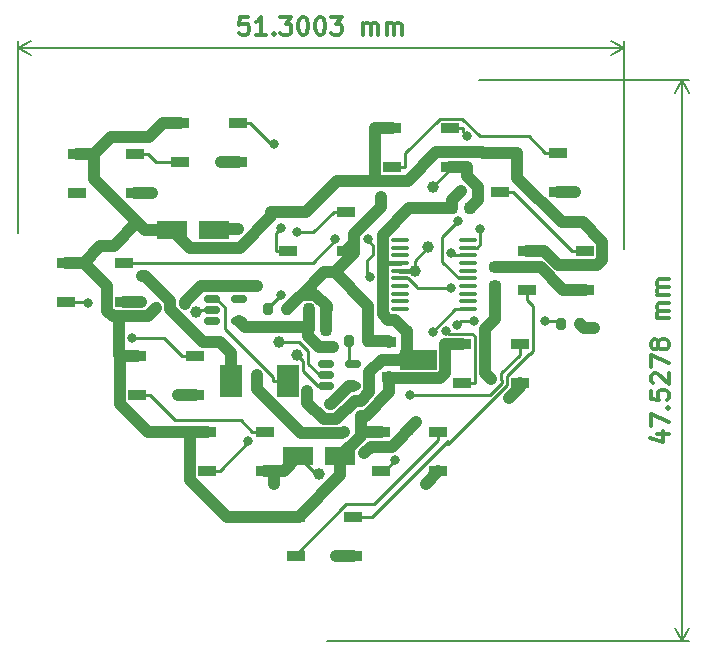
<source format=gtl>
G04 #@! TF.GenerationSoftware,KiCad,Pcbnew,8.0.5*
G04 #@! TF.CreationDate,2024-09-23T19:13:39-07:00*
G04 #@! TF.ProjectId,class 2a,636c6173-7320-4326-912e-6b696361645f,rev?*
G04 #@! TF.SameCoordinates,Original*
G04 #@! TF.FileFunction,Copper,L1,Top*
G04 #@! TF.FilePolarity,Positive*
%FSLAX46Y46*%
G04 Gerber Fmt 4.6, Leading zero omitted, Abs format (unit mm)*
G04 Created by KiCad (PCBNEW 8.0.5) date 2024-09-23 19:13:39*
%MOMM*%
%LPD*%
G01*
G04 APERTURE LIST*
G04 Aperture macros list*
%AMRoundRect*
0 Rectangle with rounded corners*
0 $1 Rounding radius*
0 $2 $3 $4 $5 $6 $7 $8 $9 X,Y pos of 4 corners*
0 Add a 4 corners polygon primitive as box body*
4,1,4,$2,$3,$4,$5,$6,$7,$8,$9,$2,$3,0*
0 Add four circle primitives for the rounded corners*
1,1,$1+$1,$2,$3*
1,1,$1+$1,$4,$5*
1,1,$1+$1,$6,$7*
1,1,$1+$1,$8,$9*
0 Add four rect primitives between the rounded corners*
20,1,$1+$1,$2,$3,$4,$5,0*
20,1,$1+$1,$4,$5,$6,$7,0*
20,1,$1+$1,$6,$7,$8,$9,0*
20,1,$1+$1,$8,$9,$2,$3,0*%
%AMFreePoly0*
4,1,9,3.862500,-0.866500,0.737500,-0.866500,0.737500,-0.450000,-0.737500,-0.450000,-0.737500,0.450000,0.737500,0.450000,0.737500,0.866500,3.862500,0.866500,3.862500,-0.866500,3.862500,-0.866500,$1*%
G04 Aperture macros list end*
%ADD10C,0.300000*%
G04 #@! TA.AperFunction,NonConductor*
%ADD11C,0.300000*%
G04 #@! TD*
G04 #@! TA.AperFunction,NonConductor*
%ADD12C,0.200000*%
G04 #@! TD*
G04 #@! TA.AperFunction,SMDPad,CuDef*
%ADD13RoundRect,0.225000X-0.225000X-0.250000X0.225000X-0.250000X0.225000X0.250000X-0.225000X0.250000X0*%
G04 #@! TD*
G04 #@! TA.AperFunction,SMDPad,CuDef*
%ADD14R,1.500000X0.900000*%
G04 #@! TD*
G04 #@! TA.AperFunction,SMDPad,CuDef*
%ADD15RoundRect,0.200000X-0.200000X-0.275000X0.200000X-0.275000X0.200000X0.275000X-0.200000X0.275000X0*%
G04 #@! TD*
G04 #@! TA.AperFunction,SMDPad,CuDef*
%ADD16RoundRect,0.250000X1.050000X0.550000X-1.050000X0.550000X-1.050000X-0.550000X1.050000X-0.550000X0*%
G04 #@! TD*
G04 #@! TA.AperFunction,SMDPad,CuDef*
%ADD17RoundRect,0.150000X-0.512500X-0.150000X0.512500X-0.150000X0.512500X0.150000X-0.512500X0.150000X0*%
G04 #@! TD*
G04 #@! TA.AperFunction,SMDPad,CuDef*
%ADD18RoundRect,0.225000X0.250000X-0.225000X0.250000X0.225000X-0.250000X0.225000X-0.250000X-0.225000X0*%
G04 #@! TD*
G04 #@! TA.AperFunction,SMDPad,CuDef*
%ADD19R,1.903000X2.790000*%
G04 #@! TD*
G04 #@! TA.AperFunction,SMDPad,CuDef*
%ADD20R,1.300000X0.900000*%
G04 #@! TD*
G04 #@! TA.AperFunction,SMDPad,CuDef*
%ADD21FreePoly0,0.000000*%
G04 #@! TD*
G04 #@! TA.AperFunction,SMDPad,CuDef*
%ADD22RoundRect,0.100000X-0.637500X-0.100000X0.637500X-0.100000X0.637500X0.100000X-0.637500X0.100000X0*%
G04 #@! TD*
G04 #@! TA.AperFunction,SMDPad,CuDef*
%ADD23RoundRect,0.125000X-0.125000X-0.125000X0.125000X-0.125000X0.125000X0.125000X-0.125000X0.125000X0*%
G04 #@! TD*
G04 #@! TA.AperFunction,SMDPad,CuDef*
%ADD24RoundRect,0.250000X-1.050000X-0.550000X1.050000X-0.550000X1.050000X0.550000X-1.050000X0.550000X0*%
G04 #@! TD*
G04 #@! TA.AperFunction,ViaPad*
%ADD25C,1.000000*%
G04 #@! TD*
G04 #@! TA.AperFunction,ViaPad*
%ADD26C,0.800000*%
G04 #@! TD*
G04 #@! TA.AperFunction,Conductor*
%ADD27C,1.000000*%
G04 #@! TD*
G04 #@! TA.AperFunction,Conductor*
%ADD28C,0.400600*%
G04 #@! TD*
G04 #@! TA.AperFunction,Conductor*
%ADD29C,0.250000*%
G04 #@! TD*
G04 #@! TA.AperFunction,Conductor*
%ADD30C,0.500800*%
G04 #@! TD*
G04 APERTURE END LIST*
D10*
D11*
X140806559Y-56878328D02*
X140092273Y-56878328D01*
X140092273Y-56878328D02*
X140020845Y-57592614D01*
X140020845Y-57592614D02*
X140092273Y-57521185D01*
X140092273Y-57521185D02*
X140235131Y-57449757D01*
X140235131Y-57449757D02*
X140592273Y-57449757D01*
X140592273Y-57449757D02*
X140735131Y-57521185D01*
X140735131Y-57521185D02*
X140806559Y-57592614D01*
X140806559Y-57592614D02*
X140877988Y-57735471D01*
X140877988Y-57735471D02*
X140877988Y-58092614D01*
X140877988Y-58092614D02*
X140806559Y-58235471D01*
X140806559Y-58235471D02*
X140735131Y-58306900D01*
X140735131Y-58306900D02*
X140592273Y-58378328D01*
X140592273Y-58378328D02*
X140235131Y-58378328D01*
X140235131Y-58378328D02*
X140092273Y-58306900D01*
X140092273Y-58306900D02*
X140020845Y-58235471D01*
X142306559Y-58378328D02*
X141449416Y-58378328D01*
X141877987Y-58378328D02*
X141877987Y-56878328D01*
X141877987Y-56878328D02*
X141735130Y-57092614D01*
X141735130Y-57092614D02*
X141592273Y-57235471D01*
X141592273Y-57235471D02*
X141449416Y-57306900D01*
X142949415Y-58235471D02*
X143020844Y-58306900D01*
X143020844Y-58306900D02*
X142949415Y-58378328D01*
X142949415Y-58378328D02*
X142877987Y-58306900D01*
X142877987Y-58306900D02*
X142949415Y-58235471D01*
X142949415Y-58235471D02*
X142949415Y-58378328D01*
X143520844Y-56878328D02*
X144449416Y-56878328D01*
X144449416Y-56878328D02*
X143949416Y-57449757D01*
X143949416Y-57449757D02*
X144163701Y-57449757D01*
X144163701Y-57449757D02*
X144306559Y-57521185D01*
X144306559Y-57521185D02*
X144377987Y-57592614D01*
X144377987Y-57592614D02*
X144449416Y-57735471D01*
X144449416Y-57735471D02*
X144449416Y-58092614D01*
X144449416Y-58092614D02*
X144377987Y-58235471D01*
X144377987Y-58235471D02*
X144306559Y-58306900D01*
X144306559Y-58306900D02*
X144163701Y-58378328D01*
X144163701Y-58378328D02*
X143735130Y-58378328D01*
X143735130Y-58378328D02*
X143592273Y-58306900D01*
X143592273Y-58306900D02*
X143520844Y-58235471D01*
X145377987Y-56878328D02*
X145520844Y-56878328D01*
X145520844Y-56878328D02*
X145663701Y-56949757D01*
X145663701Y-56949757D02*
X145735130Y-57021185D01*
X145735130Y-57021185D02*
X145806558Y-57164042D01*
X145806558Y-57164042D02*
X145877987Y-57449757D01*
X145877987Y-57449757D02*
X145877987Y-57806900D01*
X145877987Y-57806900D02*
X145806558Y-58092614D01*
X145806558Y-58092614D02*
X145735130Y-58235471D01*
X145735130Y-58235471D02*
X145663701Y-58306900D01*
X145663701Y-58306900D02*
X145520844Y-58378328D01*
X145520844Y-58378328D02*
X145377987Y-58378328D01*
X145377987Y-58378328D02*
X145235130Y-58306900D01*
X145235130Y-58306900D02*
X145163701Y-58235471D01*
X145163701Y-58235471D02*
X145092272Y-58092614D01*
X145092272Y-58092614D02*
X145020844Y-57806900D01*
X145020844Y-57806900D02*
X145020844Y-57449757D01*
X145020844Y-57449757D02*
X145092272Y-57164042D01*
X145092272Y-57164042D02*
X145163701Y-57021185D01*
X145163701Y-57021185D02*
X145235130Y-56949757D01*
X145235130Y-56949757D02*
X145377987Y-56878328D01*
X146806558Y-56878328D02*
X146949415Y-56878328D01*
X146949415Y-56878328D02*
X147092272Y-56949757D01*
X147092272Y-56949757D02*
X147163701Y-57021185D01*
X147163701Y-57021185D02*
X147235129Y-57164042D01*
X147235129Y-57164042D02*
X147306558Y-57449757D01*
X147306558Y-57449757D02*
X147306558Y-57806900D01*
X147306558Y-57806900D02*
X147235129Y-58092614D01*
X147235129Y-58092614D02*
X147163701Y-58235471D01*
X147163701Y-58235471D02*
X147092272Y-58306900D01*
X147092272Y-58306900D02*
X146949415Y-58378328D01*
X146949415Y-58378328D02*
X146806558Y-58378328D01*
X146806558Y-58378328D02*
X146663701Y-58306900D01*
X146663701Y-58306900D02*
X146592272Y-58235471D01*
X146592272Y-58235471D02*
X146520843Y-58092614D01*
X146520843Y-58092614D02*
X146449415Y-57806900D01*
X146449415Y-57806900D02*
X146449415Y-57449757D01*
X146449415Y-57449757D02*
X146520843Y-57164042D01*
X146520843Y-57164042D02*
X146592272Y-57021185D01*
X146592272Y-57021185D02*
X146663701Y-56949757D01*
X146663701Y-56949757D02*
X146806558Y-56878328D01*
X147806557Y-56878328D02*
X148735129Y-56878328D01*
X148735129Y-56878328D02*
X148235129Y-57449757D01*
X148235129Y-57449757D02*
X148449414Y-57449757D01*
X148449414Y-57449757D02*
X148592272Y-57521185D01*
X148592272Y-57521185D02*
X148663700Y-57592614D01*
X148663700Y-57592614D02*
X148735129Y-57735471D01*
X148735129Y-57735471D02*
X148735129Y-58092614D01*
X148735129Y-58092614D02*
X148663700Y-58235471D01*
X148663700Y-58235471D02*
X148592272Y-58306900D01*
X148592272Y-58306900D02*
X148449414Y-58378328D01*
X148449414Y-58378328D02*
X148020843Y-58378328D01*
X148020843Y-58378328D02*
X147877986Y-58306900D01*
X147877986Y-58306900D02*
X147806557Y-58235471D01*
X150520842Y-58378328D02*
X150520842Y-57378328D01*
X150520842Y-57521185D02*
X150592271Y-57449757D01*
X150592271Y-57449757D02*
X150735128Y-57378328D01*
X150735128Y-57378328D02*
X150949414Y-57378328D01*
X150949414Y-57378328D02*
X151092271Y-57449757D01*
X151092271Y-57449757D02*
X151163700Y-57592614D01*
X151163700Y-57592614D02*
X151163700Y-58378328D01*
X151163700Y-57592614D02*
X151235128Y-57449757D01*
X151235128Y-57449757D02*
X151377985Y-57378328D01*
X151377985Y-57378328D02*
X151592271Y-57378328D01*
X151592271Y-57378328D02*
X151735128Y-57449757D01*
X151735128Y-57449757D02*
X151806557Y-57592614D01*
X151806557Y-57592614D02*
X151806557Y-58378328D01*
X152520842Y-58378328D02*
X152520842Y-57378328D01*
X152520842Y-57521185D02*
X152592271Y-57449757D01*
X152592271Y-57449757D02*
X152735128Y-57378328D01*
X152735128Y-57378328D02*
X152949414Y-57378328D01*
X152949414Y-57378328D02*
X153092271Y-57449757D01*
X153092271Y-57449757D02*
X153163700Y-57592614D01*
X153163700Y-57592614D02*
X153163700Y-58378328D01*
X153163700Y-57592614D02*
X153235128Y-57449757D01*
X153235128Y-57449757D02*
X153377985Y-57378328D01*
X153377985Y-57378328D02*
X153592271Y-57378328D01*
X153592271Y-57378328D02*
X153735128Y-57449757D01*
X153735128Y-57449757D02*
X153806557Y-57592614D01*
X153806557Y-57592614D02*
X153806557Y-58378328D01*
D12*
X121299251Y-75170432D02*
X121299251Y-58913580D01*
X172599578Y-58913580D02*
X172599578Y-76514840D01*
X121299251Y-59500000D02*
X172599578Y-59500000D01*
X121299251Y-59500000D02*
X172599578Y-59500000D01*
X121299251Y-59500000D02*
X122425755Y-58913579D01*
X121299251Y-59500000D02*
X122425755Y-60086421D01*
X172599578Y-59500000D02*
X171473074Y-60086421D01*
X172599578Y-59500000D02*
X171473074Y-58913579D01*
D10*
D11*
X175378328Y-92186415D02*
X176378328Y-92186415D01*
X174806900Y-92543557D02*
X175878328Y-92900700D01*
X175878328Y-92900700D02*
X175878328Y-91972129D01*
X174878328Y-91543558D02*
X174878328Y-90543558D01*
X174878328Y-90543558D02*
X176378328Y-91186415D01*
X176235471Y-89972130D02*
X176306900Y-89900701D01*
X176306900Y-89900701D02*
X176378328Y-89972130D01*
X176378328Y-89972130D02*
X176306900Y-90043558D01*
X176306900Y-90043558D02*
X176235471Y-89972130D01*
X176235471Y-89972130D02*
X176378328Y-89972130D01*
X174878328Y-88543558D02*
X174878328Y-89257844D01*
X174878328Y-89257844D02*
X175592614Y-89329272D01*
X175592614Y-89329272D02*
X175521185Y-89257844D01*
X175521185Y-89257844D02*
X175449757Y-89114987D01*
X175449757Y-89114987D02*
X175449757Y-88757844D01*
X175449757Y-88757844D02*
X175521185Y-88614987D01*
X175521185Y-88614987D02*
X175592614Y-88543558D01*
X175592614Y-88543558D02*
X175735471Y-88472129D01*
X175735471Y-88472129D02*
X176092614Y-88472129D01*
X176092614Y-88472129D02*
X176235471Y-88543558D01*
X176235471Y-88543558D02*
X176306900Y-88614987D01*
X176306900Y-88614987D02*
X176378328Y-88757844D01*
X176378328Y-88757844D02*
X176378328Y-89114987D01*
X176378328Y-89114987D02*
X176306900Y-89257844D01*
X176306900Y-89257844D02*
X176235471Y-89329272D01*
X175021185Y-87900701D02*
X174949757Y-87829273D01*
X174949757Y-87829273D02*
X174878328Y-87686416D01*
X174878328Y-87686416D02*
X174878328Y-87329273D01*
X174878328Y-87329273D02*
X174949757Y-87186416D01*
X174949757Y-87186416D02*
X175021185Y-87114987D01*
X175021185Y-87114987D02*
X175164042Y-87043558D01*
X175164042Y-87043558D02*
X175306900Y-87043558D01*
X175306900Y-87043558D02*
X175521185Y-87114987D01*
X175521185Y-87114987D02*
X176378328Y-87972130D01*
X176378328Y-87972130D02*
X176378328Y-87043558D01*
X174878328Y-86543559D02*
X174878328Y-85543559D01*
X174878328Y-85543559D02*
X176378328Y-86186416D01*
X175521185Y-84757845D02*
X175449757Y-84900702D01*
X175449757Y-84900702D02*
X175378328Y-84972131D01*
X175378328Y-84972131D02*
X175235471Y-85043559D01*
X175235471Y-85043559D02*
X175164042Y-85043559D01*
X175164042Y-85043559D02*
X175021185Y-84972131D01*
X175021185Y-84972131D02*
X174949757Y-84900702D01*
X174949757Y-84900702D02*
X174878328Y-84757845D01*
X174878328Y-84757845D02*
X174878328Y-84472131D01*
X174878328Y-84472131D02*
X174949757Y-84329274D01*
X174949757Y-84329274D02*
X175021185Y-84257845D01*
X175021185Y-84257845D02*
X175164042Y-84186416D01*
X175164042Y-84186416D02*
X175235471Y-84186416D01*
X175235471Y-84186416D02*
X175378328Y-84257845D01*
X175378328Y-84257845D02*
X175449757Y-84329274D01*
X175449757Y-84329274D02*
X175521185Y-84472131D01*
X175521185Y-84472131D02*
X175521185Y-84757845D01*
X175521185Y-84757845D02*
X175592614Y-84900702D01*
X175592614Y-84900702D02*
X175664042Y-84972131D01*
X175664042Y-84972131D02*
X175806900Y-85043559D01*
X175806900Y-85043559D02*
X176092614Y-85043559D01*
X176092614Y-85043559D02*
X176235471Y-84972131D01*
X176235471Y-84972131D02*
X176306900Y-84900702D01*
X176306900Y-84900702D02*
X176378328Y-84757845D01*
X176378328Y-84757845D02*
X176378328Y-84472131D01*
X176378328Y-84472131D02*
X176306900Y-84329274D01*
X176306900Y-84329274D02*
X176235471Y-84257845D01*
X176235471Y-84257845D02*
X176092614Y-84186416D01*
X176092614Y-84186416D02*
X175806900Y-84186416D01*
X175806900Y-84186416D02*
X175664042Y-84257845D01*
X175664042Y-84257845D02*
X175592614Y-84329274D01*
X175592614Y-84329274D02*
X175521185Y-84472131D01*
X176378328Y-82400703D02*
X175378328Y-82400703D01*
X175521185Y-82400703D02*
X175449757Y-82329274D01*
X175449757Y-82329274D02*
X175378328Y-82186417D01*
X175378328Y-82186417D02*
X175378328Y-81972131D01*
X175378328Y-81972131D02*
X175449757Y-81829274D01*
X175449757Y-81829274D02*
X175592614Y-81757846D01*
X175592614Y-81757846D02*
X176378328Y-81757846D01*
X175592614Y-81757846D02*
X175449757Y-81686417D01*
X175449757Y-81686417D02*
X175378328Y-81543560D01*
X175378328Y-81543560D02*
X175378328Y-81329274D01*
X175378328Y-81329274D02*
X175449757Y-81186417D01*
X175449757Y-81186417D02*
X175592614Y-81114988D01*
X175592614Y-81114988D02*
X176378328Y-81114988D01*
X176378328Y-80400703D02*
X175378328Y-80400703D01*
X175521185Y-80400703D02*
X175449757Y-80329274D01*
X175449757Y-80329274D02*
X175378328Y-80186417D01*
X175378328Y-80186417D02*
X175378328Y-79972131D01*
X175378328Y-79972131D02*
X175449757Y-79829274D01*
X175449757Y-79829274D02*
X175592614Y-79757846D01*
X175592614Y-79757846D02*
X176378328Y-79757846D01*
X175592614Y-79757846D02*
X175449757Y-79686417D01*
X175449757Y-79686417D02*
X175378328Y-79543560D01*
X175378328Y-79543560D02*
X175378328Y-79329274D01*
X175378328Y-79329274D02*
X175449757Y-79186417D01*
X175449757Y-79186417D02*
X175592614Y-79114988D01*
X175592614Y-79114988D02*
X176378328Y-79114988D01*
D12*
X160355614Y-62208227D02*
X178086420Y-62208227D01*
X178086420Y-109736034D02*
X147472261Y-109736034D01*
X177500000Y-62208227D02*
X177500000Y-109736034D01*
X177500000Y-62208227D02*
X177500000Y-109736034D01*
X177500000Y-62208227D02*
X178086421Y-63334731D01*
X177500000Y-62208227D02*
X176913579Y-63334731D01*
X177500000Y-109736034D02*
X176913579Y-108609530D01*
X177500000Y-109736034D02*
X178086421Y-108609530D01*
D13*
G04 #@! TO.P,C1,1*
G04 #@! TO.N,+3V3*
X158025000Y-73100000D03*
G04 #@! TO.P,C1,2*
G04 #@! TO.N,GND*
X159575000Y-73100000D03*
G04 #@! TD*
G04 #@! TO.P,C3,1*
G04 #@! TO.N,+5V*
X145850000Y-83400000D03*
G04 #@! TO.P,C3,2*
G04 #@! TO.N,GND*
X147400000Y-83400000D03*
G04 #@! TD*
D14*
G04 #@! TO.P,D7,1,VDD*
G04 #@! TO.N,+5V*
X137300000Y-92000000D03*
G04 #@! TO.P,D7,2,DOUT*
G04 #@! TO.N,Net-(D12-DIN)*
X137300000Y-95300000D03*
G04 #@! TO.P,D7,3,VSS*
G04 #@! TO.N,GND*
X142200000Y-95300000D03*
G04 #@! TO.P,D7,4,DIN*
G04 #@! TO.N,Net-(D7-DIN)*
X142200000Y-92000000D03*
G04 #@! TD*
D15*
G04 #@! TO.P,R1,1*
G04 #@! TO.N,Net-(U2-PROG)*
X149300000Y-84300000D03*
G04 #@! TO.P,R1,2*
G04 #@! TO.N,GND*
X150950000Y-84300000D03*
G04 #@! TD*
D14*
G04 #@! TO.P,D6,1,VDD*
G04 #@! TO.N,+5V*
X144800000Y-99200000D03*
G04 #@! TO.P,D6,2,DOUT*
G04 #@! TO.N,Net-(D5-DIN)*
X144800000Y-102500000D03*
G04 #@! TO.P,D6,3,VSS*
G04 #@! TO.N,GND*
X149700000Y-102500000D03*
G04 #@! TO.P,D6,4,DIN*
G04 #@! TO.N,Net-(D3-DOUT)*
X149700000Y-99200000D03*
G04 #@! TD*
D16*
G04 #@! TO.P,C8,1*
G04 #@! TO.N,+5V*
X148600000Y-94100000D03*
G04 #@! TO.P,C8,2*
G04 #@! TO.N,GND*
X145000000Y-94100000D03*
G04 #@! TD*
D17*
G04 #@! TO.P,U2,1,STAT*
G04 #@! TO.N,unconnected-(U2-STAT-Pad1)*
X147400000Y-86250000D03*
G04 #@! TO.P,U2,2,V_{SS}*
G04 #@! TO.N,GND*
X147400000Y-87200000D03*
G04 #@! TO.P,U2,3,V_{BAT}*
G04 #@! TO.N,/VBat*
X147400000Y-88150000D03*
G04 #@! TO.P,U2,4,V_{DD}*
G04 #@! TO.N,/VUSB*
X149675000Y-88150000D03*
G04 #@! TO.P,U2,5,PROG*
G04 #@! TO.N,Net-(U2-PROG)*
X149675000Y-86250000D03*
G04 #@! TD*
D14*
G04 #@! TO.P,D2,1,VDD*
G04 #@! TO.N,+5V*
X162100000Y-68400000D03*
G04 #@! TO.P,D2,2,DOUT*
G04 #@! TO.N,Net-(D2-DOUT)*
X162100000Y-71700000D03*
G04 #@! TO.P,D2,3,VSS*
G04 #@! TO.N,GND*
X167000000Y-71700000D03*
G04 #@! TO.P,D2,4,DIN*
G04 #@! TO.N,Net-(D1-DOUT)*
X167000000Y-68400000D03*
G04 #@! TD*
G04 #@! TO.P,D10,1,VDD*
G04 #@! TO.N,+5V*
X126300000Y-68500000D03*
G04 #@! TO.P,D10,2,DOUT*
G04 #@! TO.N,unconnected-(D10-DOUT-Pad2)*
X126300000Y-71800000D03*
G04 #@! TO.P,D10,3,VSS*
G04 #@! TO.N,GND*
X131200000Y-71800000D03*
G04 #@! TO.P,D10,4,DIN*
G04 #@! TO.N,Net-(D10-DIN)*
X131200000Y-68500000D03*
G04 #@! TD*
D13*
G04 #@! TO.P,C2,1*
G04 #@! TO.N,+5V*
X145900000Y-81600000D03*
G04 #@! TO.P,C2,2*
G04 #@! TO.N,GND*
X147450000Y-81600000D03*
G04 #@! TD*
D14*
G04 #@! TO.P,D1,1,VDD*
G04 #@! TO.N,+5V*
X153000000Y-66300000D03*
G04 #@! TO.P,D1,2,DOUT*
G04 #@! TO.N,Net-(D1-DOUT)*
X153000000Y-69600000D03*
G04 #@! TO.P,D1,3,VSS*
G04 #@! TO.N,GND*
X157900000Y-69600000D03*
G04 #@! TO.P,D1,4,DIN*
G04 #@! TO.N,/LED_Data*
X157900000Y-66300000D03*
G04 #@! TD*
G04 #@! TO.P,D8,1,VDD*
G04 #@! TO.N,+5V*
X131400000Y-85600000D03*
G04 #@! TO.P,D8,2,DOUT*
G04 #@! TO.N,Net-(D7-DIN)*
X131400000Y-88900000D03*
G04 #@! TO.P,D8,3,VSS*
G04 #@! TO.N,GND*
X136300000Y-88900000D03*
G04 #@! TO.P,D8,4,DIN*
G04 #@! TO.N,Net-(D8-DIN)*
X136300000Y-85600000D03*
G04 #@! TD*
G04 #@! TO.P,D4,1,VDD*
G04 #@! TO.N,+5V*
X158900000Y-84600000D03*
G04 #@! TO.P,D4,2,DOUT*
G04 #@! TO.N,Net-(D4-DOUT)*
X158900000Y-87900000D03*
G04 #@! TO.P,D4,3,VSS*
G04 #@! TO.N,GND*
X163800000Y-87900000D03*
G04 #@! TO.P,D4,4,DIN*
G04 #@! TO.N,Net-(D4-DIN)*
X163800000Y-84600000D03*
G04 #@! TD*
D17*
G04 #@! TO.P,U3,1,SW*
G04 #@! TO.N,Net-(U3-SW)*
X137700000Y-80750000D03*
G04 #@! TO.P,U3,2,GND*
G04 #@! TO.N,GND*
X137700000Y-81700000D03*
G04 #@! TO.P,U3,3,NC*
G04 #@! TO.N,unconnected-(U3-NC-Pad3)*
X137700000Y-82650000D03*
G04 #@! TO.P,U3,4,VOUT*
G04 #@! TO.N,+5V*
X139975000Y-82650000D03*
G04 #@! TO.P,U3,5,NC*
G04 #@! TO.N,unconnected-(U3-NC-Pad5)*
X139975000Y-80750000D03*
G04 #@! TD*
D14*
G04 #@! TO.P,D5,1,VDD*
G04 #@! TO.N,+5V*
X152000000Y-92000000D03*
G04 #@! TO.P,D5,2,DOUT*
G04 #@! TO.N,Net-(D4-DIN)*
X152000000Y-95300000D03*
G04 #@! TO.P,D5,3,VSS*
G04 #@! TO.N,GND*
X156900000Y-95300000D03*
G04 #@! TO.P,D5,4,DIN*
G04 #@! TO.N,Net-(D5-DIN)*
X156900000Y-92000000D03*
G04 #@! TD*
D18*
G04 #@! TO.P,C4,1*
G04 #@! TO.N,/VBat*
X161700000Y-79650000D03*
G04 #@! TO.P,C4,2*
G04 #@! TO.N,GND*
X161700000Y-78100000D03*
G04 #@! TD*
D14*
G04 #@! TO.P,D11,1,VDD*
G04 #@! TO.N,+5V*
X135000000Y-65900000D03*
G04 #@! TO.P,D11,2,DOUT*
G04 #@! TO.N,Net-(D10-DIN)*
X135000000Y-69200000D03*
G04 #@! TO.P,D11,3,VSS*
G04 #@! TO.N,GND*
X139900000Y-69200000D03*
G04 #@! TO.P,D11,4,DIN*
G04 #@! TO.N,Net-(D11-DIN)*
X139900000Y-65900000D03*
G04 #@! TD*
D19*
G04 #@! TO.P,L1,1,1*
G04 #@! TO.N,/VBat_switched*
X139300000Y-87700000D03*
G04 #@! TO.P,L1,2,2*
G04 #@! TO.N,Net-(U3-SW)*
X144153000Y-87700000D03*
G04 #@! TD*
D20*
G04 #@! TO.P,U4,1,GND*
G04 #@! TO.N,GND*
X152750000Y-84400000D03*
D21*
G04 #@! TO.P,U4,2,VO*
G04 #@! TO.N,+3V3*
X152837500Y-85900000D03*
D20*
G04 #@! TO.P,U4,3,VI*
G04 #@! TO.N,+5V*
X152750000Y-87400000D03*
G04 #@! TD*
D22*
G04 #@! TO.P,U1,1,PB7/PB8*
G04 #@! TO.N,unconnected-(U1-PB7{slash}PB8-Pad1)*
X153637500Y-75775000D03*
G04 #@! TO.P,U1,2,PC14/PB9*
G04 #@! TO.N,unconnected-(U1-PC14{slash}PB9-Pad2)*
X153637500Y-76425000D03*
G04 #@! TO.P,U1,3,PC15*
G04 #@! TO.N,unconnected-(U1-PC15-Pad3)*
X153637500Y-77075000D03*
G04 #@! TO.P,U1,4,VDD*
G04 #@! TO.N,+3V3*
X153637500Y-77725000D03*
G04 #@! TO.P,U1,5,VSS*
G04 #@! TO.N,GND*
X153637500Y-78375000D03*
G04 #@! TO.P,U1,6,NRST*
G04 #@! TO.N,/~{RST}*
X153637500Y-79025000D03*
G04 #@! TO.P,U1,7,PA0*
G04 #@! TO.N,unconnected-(U1-PA0-Pad7)*
X153637500Y-79675000D03*
G04 #@! TO.P,U1,8,PA1*
G04 #@! TO.N,unconnected-(U1-PA1-Pad8)*
X153637500Y-80325000D03*
G04 #@! TO.P,U1,9,PA2*
G04 #@! TO.N,unconnected-(U1-PA2-Pad9)*
X153637500Y-80975000D03*
G04 #@! TO.P,U1,10,PA3*
G04 #@! TO.N,unconnected-(U1-PA3-Pad10)*
X153637500Y-81625000D03*
G04 #@! TO.P,U1,11,PA4*
G04 #@! TO.N,/brightness*
X159362500Y-81625000D03*
G04 #@! TO.P,U1,12,PA5*
G04 #@! TO.N,/Gain Select*
X159362500Y-80975000D03*
G04 #@! TO.P,U1,13,PA6*
G04 #@! TO.N,/sda*
X159362500Y-80325000D03*
G04 #@! TO.P,U1,14,PA7*
G04 #@! TO.N,/scl*
X159362500Y-79675000D03*
G04 #@! TO.P,U1,15,PB0/PB1/PB2/PA8*
G04 #@! TO.N,/LED_Data*
X159362500Y-79025000D03*
G04 #@! TO.P,U1,16,PA11/PA9*
G04 #@! TO.N,unconnected-(U1-PA11{slash}PA9-Pad16)*
X159362500Y-78375000D03*
G04 #@! TO.P,U1,17,PA12/PA10*
G04 #@! TO.N,/trans*
X159362500Y-77725000D03*
G04 #@! TO.P,U1,18,PA13*
G04 #@! TO.N,/SWDIO*
X159362500Y-77075000D03*
G04 #@! TO.P,U1,19,PA14/PA15*
G04 #@! TO.N,/SWCLK*
X159362500Y-76425000D03*
G04 #@! TO.P,U1,20,PB3/PB4/PB5/PB6*
G04 #@! TO.N,unconnected-(U1-PB3{slash}PB4{slash}PB5{slash}PB6-Pad20)*
X159362500Y-75775000D03*
G04 #@! TD*
D15*
G04 #@! TO.P,R2,1*
G04 #@! TO.N,Net-(J1-CC1)*
X142450000Y-81600000D03*
G04 #@! TO.P,R2,2*
G04 #@! TO.N,GND*
X144100000Y-81600000D03*
G04 #@! TD*
D23*
G04 #@! TO.P,D13,1,K*
G04 #@! TO.N,+5V*
X133100000Y-81300000D03*
G04 #@! TO.P,D13,2,A*
G04 #@! TO.N,/VUSB*
X135300000Y-81300000D03*
G04 #@! TD*
D14*
G04 #@! TO.P,D9,1,VDD*
G04 #@! TO.N,+5V*
X125400000Y-77700000D03*
G04 #@! TO.P,D9,2,DOUT*
G04 #@! TO.N,Net-(D8-DIN)*
X125400000Y-81000000D03*
G04 #@! TO.P,D9,3,VSS*
G04 #@! TO.N,GND*
X130300000Y-81000000D03*
G04 #@! TO.P,D9,4,DIN*
G04 #@! TO.N,Net-(D4-DOUT)*
X130300000Y-77700000D03*
G04 #@! TD*
G04 #@! TO.P,D12,1,VDD*
G04 #@! TO.N,+5V*
X144200000Y-73400000D03*
G04 #@! TO.P,D12,2,DOUT*
G04 #@! TO.N,Net-(D11-DIN)*
X144200000Y-76700000D03*
G04 #@! TO.P,D12,3,VSS*
G04 #@! TO.N,GND*
X149100000Y-76700000D03*
G04 #@! TO.P,D12,4,DIN*
G04 #@! TO.N,Net-(D12-DIN)*
X149100000Y-73400000D03*
G04 #@! TD*
D15*
G04 #@! TO.P,R3,1*
G04 #@! TO.N,Net-(J1-CC2)*
X167250000Y-82900000D03*
G04 #@! TO.P,R3,2*
G04 #@! TO.N,GND*
X168900000Y-82900000D03*
G04 #@! TD*
D14*
G04 #@! TO.P,D3,1,VDD*
G04 #@! TO.N,+5V*
X164400000Y-76700000D03*
G04 #@! TO.P,D3,2,DOUT*
G04 #@! TO.N,Net-(D3-DOUT)*
X164400000Y-80000000D03*
G04 #@! TO.P,D3,3,VSS*
G04 #@! TO.N,GND*
X169300000Y-80000000D03*
G04 #@! TO.P,D3,4,DIN*
G04 #@! TO.N,Net-(D2-DOUT)*
X169300000Y-76700000D03*
G04 #@! TD*
D24*
G04 #@! TO.P,C7,1*
G04 #@! TO.N,+5V*
X134300000Y-74900000D03*
G04 #@! TO.P,C7,2*
G04 #@! TO.N,GND*
X137900000Y-74900000D03*
G04 #@! TD*
D25*
G04 #@! TO.N,+3V3*
X145805000Y-88600000D03*
X158800000Y-71600000D03*
G04 #@! TO.N,GND*
X136400000Y-81900000D03*
X154885000Y-78393000D03*
X162842579Y-89182516D03*
X167301400Y-79848400D03*
X138450000Y-69200000D03*
X134850000Y-88900000D03*
X150934000Y-82496600D03*
X155807000Y-96417500D03*
X131750000Y-81000000D03*
X148100000Y-78500000D03*
X143400000Y-84400000D03*
X152000000Y-72100000D03*
X145001000Y-80698700D03*
X170081900Y-83212500D03*
X156400000Y-71300000D03*
X160249000Y-71282900D03*
X148250000Y-102500000D03*
X139950000Y-74858600D03*
X146800000Y-95600000D03*
X156000000Y-76400000D03*
X168450000Y-71700000D03*
X132650000Y-71800000D03*
X143007000Y-96467400D03*
G04 #@! TO.N,+5V*
X150338000Y-90641500D03*
X148000000Y-84800000D03*
G04 #@! TO.N,/VBat*
X161380804Y-87533020D03*
X144891000Y-85483700D03*
D26*
G04 #@! TO.N,/LED_Data*
X159311000Y-66963500D03*
X158591000Y-74185700D03*
G04 #@! TO.N,Net-(D4-DOUT)*
X151088000Y-78877000D03*
X157540100Y-83437500D03*
X150900000Y-75700000D03*
X148106000Y-75701700D03*
G04 #@! TO.N,Net-(D4-DIN)*
X153236794Y-94407646D03*
X154512861Y-88930622D03*
G04 #@! TO.N,Net-(D12-DIN)*
X140780000Y-92760700D03*
X144893000Y-75138400D03*
G04 #@! TO.N,Net-(D8-DIN)*
X127244000Y-81086100D03*
X130983000Y-84058000D03*
G04 #@! TO.N,Net-(D11-DIN)*
X143572000Y-74725200D03*
X142964000Y-67674600D03*
D25*
G04 #@! TO.N,/VUSB*
X141540000Y-87196800D03*
X141540000Y-79658300D03*
X148881000Y-92038200D03*
X147700000Y-89700000D03*
X154372251Y-91827825D03*
X150600000Y-93842400D03*
D26*
G04 #@! TO.N,Net-(J1-CC1)*
X143604000Y-80414800D03*
G04 #@! TO.N,/SWDIO*
X157972000Y-76913500D03*
G04 #@! TO.N,/SWCLK*
X160453000Y-74822700D03*
G04 #@! TO.N,/~{RST}*
X157987200Y-79805800D03*
D25*
G04 #@! TO.N,/VBat_switched*
X131800000Y-78800000D03*
D26*
G04 #@! TO.N,/brightness*
X156394000Y-83551200D03*
G04 #@! TO.N,Net-(J1-CC2)*
X159944200Y-82669200D03*
X165945400Y-82621300D03*
X158493900Y-82976900D03*
G04 #@! TD*
D27*
G04 #@! TO.N,+3V3*
X152200000Y-75340900D02*
X154441000Y-73100000D01*
X158025000Y-73100000D02*
X158025000Y-72375000D01*
X149820000Y-89391500D02*
X150302000Y-89391500D01*
X151038000Y-86962500D02*
X152100000Y-85900000D01*
X145805000Y-88600000D02*
X145804000Y-88600000D01*
X153225000Y-82525000D02*
X152666000Y-82525000D01*
X145805000Y-89572300D02*
X147182000Y-90950000D01*
X154441000Y-73100000D02*
X158025000Y-73100000D01*
X154100000Y-83400000D02*
X153225000Y-82525000D01*
X154199700Y-85450300D02*
X153750000Y-85900000D01*
X151038000Y-88656200D02*
X151038000Y-86962500D01*
X150302000Y-89391500D02*
X151038000Y-88656200D01*
D28*
X153637500Y-77725000D02*
X153638000Y-77725000D01*
D27*
X152100000Y-85900000D02*
X152837500Y-85900000D01*
X145805000Y-88600000D02*
X145805000Y-89572300D01*
X148262000Y-90950000D02*
X149820000Y-89391500D01*
X154100000Y-83400000D02*
X154199700Y-83499700D01*
X147182000Y-90950000D02*
X148262000Y-90950000D01*
X152837500Y-85900000D02*
X153750000Y-85900000D01*
X158025000Y-72375000D02*
X158800000Y-71600000D01*
X152200000Y-82059100D02*
X152200000Y-77725000D01*
D28*
X152200000Y-77725000D02*
X153637500Y-77725000D01*
D27*
X154199700Y-83499700D02*
X154199700Y-85450300D01*
X152200000Y-77725000D02*
X152200000Y-75340900D01*
X152666000Y-82525000D02*
X152200000Y-82059100D01*
G04 #@! TO.N,GND*
X155807000Y-96417500D02*
X156900000Y-95324500D01*
X149750000Y-76036800D02*
X149750000Y-75223700D01*
X169300000Y-80000000D02*
X167453000Y-80000000D01*
D28*
X154867000Y-78375000D02*
X154885000Y-78393000D01*
D27*
X159350000Y-69600000D02*
X159350000Y-70383800D01*
X145303000Y-80396600D02*
X145303100Y-80396600D01*
D29*
X145880000Y-85179500D02*
X145100000Y-84400000D01*
D27*
X139950000Y-74858600D02*
X137941000Y-74858600D01*
X149750000Y-76850000D02*
X149750000Y-76036800D01*
D29*
X154885000Y-77515000D02*
X156000000Y-76400000D01*
D27*
X143800000Y-95300000D02*
X145000000Y-94100000D01*
X149750000Y-76036800D02*
X149100000Y-76686800D01*
X145001000Y-80698700D02*
X145303000Y-80396600D01*
X165553000Y-78100000D02*
X161700000Y-78100000D01*
X149750000Y-75223700D02*
X152000000Y-72973700D01*
X169212500Y-83212500D02*
X168900000Y-82900000D01*
X150934000Y-81334400D02*
X148100000Y-78500000D01*
D28*
X153638000Y-78375000D02*
X153637500Y-78375000D01*
D29*
X147400000Y-87200000D02*
X146833000Y-87200000D01*
X146833000Y-87200000D02*
X145880000Y-86246200D01*
D27*
X163800000Y-88225095D02*
X162842579Y-89182516D01*
X131200000Y-71800000D02*
X132650000Y-71800000D01*
X163800000Y-87900000D02*
X163800000Y-88225095D01*
X149100000Y-76686800D02*
X149100000Y-76700000D01*
X148100000Y-78500000D02*
X149750000Y-76850000D01*
X167301400Y-79848400D02*
X165553000Y-78100000D01*
D28*
X153638000Y-78375000D02*
X154867000Y-78375000D01*
D27*
X139900000Y-69200000D02*
X138450000Y-69200000D01*
X136300000Y-88900000D02*
X134850000Y-88900000D01*
X167453000Y-80000000D02*
X167301400Y-79848400D01*
D29*
X157900000Y-69800000D02*
X156400000Y-71300000D01*
X157900000Y-69600000D02*
X157900000Y-69800000D01*
D27*
X152650000Y-84300000D02*
X152750000Y-84400000D01*
X143007000Y-95300000D02*
X143800000Y-95300000D01*
X160249000Y-72425800D02*
X159575000Y-73100000D01*
X160249000Y-71282900D02*
X160249000Y-72425800D01*
X157900000Y-69600000D02*
X159350000Y-69600000D01*
X137941000Y-74858600D02*
X137900000Y-74900000D01*
X159350000Y-70383800D02*
X160249000Y-71282900D01*
D29*
X146800000Y-95600000D02*
X146500000Y-95600000D01*
X137700000Y-81700000D02*
X136600000Y-81700000D01*
D27*
X143007000Y-96467400D02*
X143007000Y-95300000D01*
X147200000Y-78500000D02*
X148100000Y-78500000D01*
X147450000Y-81365500D02*
X147450000Y-81600000D01*
X150950000Y-84300000D02*
X152650000Y-84300000D01*
X150934000Y-82496600D02*
X150934000Y-84284400D01*
D29*
X136600000Y-81700000D02*
X136400000Y-81900000D01*
D27*
X145001000Y-80698700D02*
X145303100Y-80396600D01*
D29*
X145100000Y-84400000D02*
X143400000Y-84400000D01*
D27*
X149700000Y-102500000D02*
X148250000Y-102500000D01*
D29*
X146500000Y-95600000D02*
X145000000Y-94100000D01*
D27*
X147400000Y-81650000D02*
X147400000Y-83400000D01*
X150934000Y-82496600D02*
X150934000Y-81334400D01*
X130300000Y-81000000D02*
X131750000Y-81000000D01*
X145303100Y-80396600D02*
X147200000Y-78500000D01*
X167000000Y-71700000D02*
X168450000Y-71700000D01*
X147450000Y-81600000D02*
X147400000Y-81650000D01*
X145303100Y-80396600D02*
X146481000Y-80396600D01*
D29*
X145880000Y-86246200D02*
X145880000Y-85179500D01*
X154885000Y-78393000D02*
X154885000Y-77515000D01*
D27*
X156900000Y-95324500D02*
X156900000Y-95300000D01*
X170081900Y-83212500D02*
X169212500Y-83212500D01*
X142200000Y-95300000D02*
X143007000Y-95300000D01*
X152000000Y-72973700D02*
X152000000Y-72100000D01*
X144100000Y-81600000D02*
X145001000Y-80698700D01*
X146481000Y-80396600D02*
X147450000Y-81365500D01*
X150934000Y-84284400D02*
X150950000Y-84300000D01*
G04 #@! TO.N,+5V*
X135000000Y-65900000D02*
X133550000Y-65900000D01*
X128837000Y-81757500D02*
X128837000Y-79687000D01*
X154295000Y-70755400D02*
X151550000Y-70755400D01*
X153000000Y-66300000D02*
X151550000Y-66300000D01*
X150500000Y-92050200D02*
X150338000Y-92050200D01*
X148600000Y-94100000D02*
X150338000Y-92362000D01*
X138978000Y-99200000D02*
X144800000Y-99200000D01*
X156692000Y-68357800D02*
X154295000Y-70755400D01*
X150338000Y-92050200D02*
X150338000Y-90641500D01*
X135836000Y-96058100D02*
X138978000Y-99200000D01*
X167341000Y-74275400D02*
X163550000Y-70484800D01*
X170750000Y-75907900D02*
X169118000Y-74275400D01*
X145900000Y-83350000D02*
X145850000Y-83400000D01*
X132325000Y-82224900D02*
X129858000Y-82224900D01*
X129950000Y-89655400D02*
X132294000Y-92000000D01*
X145650000Y-73400000D02*
X148295000Y-70755400D01*
X163550000Y-70484800D02*
X163550000Y-68400000D01*
X145600000Y-83150000D02*
X145850000Y-83400000D01*
X152750000Y-88640800D02*
X150749000Y-90641500D01*
X129858000Y-82224900D02*
X129304000Y-82224900D01*
X126300000Y-68500000D02*
X127750000Y-68500000D01*
X135836000Y-92000000D02*
X135836000Y-96058100D01*
X148295000Y-70755400D02*
X151550000Y-70755400D01*
X127750000Y-70608100D02*
X127750000Y-68500000D01*
X150550000Y-92000000D02*
X150500000Y-92050200D01*
X132042000Y-74900000D02*
X131407000Y-74264600D01*
X133000000Y-81550000D02*
X132325000Y-82224900D01*
X131400000Y-85600000D02*
X129950000Y-85600000D01*
X145850000Y-83875000D02*
X146775000Y-84800000D01*
X163550000Y-68400000D02*
X162100000Y-68400000D01*
X169118000Y-74275400D02*
X167341000Y-74275400D01*
X157003000Y-87500000D02*
X152850000Y-87500000D01*
X129200000Y-67050100D02*
X127750000Y-68500000D01*
D30*
X133000000Y-81550000D02*
X133000000Y-81400200D01*
D27*
X135847000Y-76446800D02*
X140080000Y-76446800D01*
X134300000Y-74900000D02*
X135847000Y-76446800D01*
X135836000Y-92000000D02*
X137300000Y-92000000D01*
X158900000Y-84600000D02*
X157449900Y-84600000D01*
X129950000Y-85600000D02*
X129950000Y-89655400D01*
X139975000Y-82650000D02*
X140475000Y-83150000D01*
X144800000Y-99200000D02*
X145100000Y-99200000D01*
X160650000Y-68400000D02*
X160608000Y-68357800D01*
X129389000Y-76282600D02*
X128268000Y-76282600D01*
X164400000Y-76700000D02*
X165850000Y-76700000D01*
X150749000Y-90641500D02*
X150338000Y-90641500D01*
X152850000Y-87500000D02*
X152750000Y-87400000D01*
X129304000Y-82224900D02*
X128837000Y-81757500D01*
X144200000Y-73400000D02*
X145650000Y-73400000D01*
X145100000Y-99200000D02*
X148600000Y-95700000D01*
X132400000Y-67050100D02*
X129200000Y-67050100D01*
X125400000Y-77700000D02*
X126850000Y-77700000D01*
X133550000Y-65900000D02*
X132400000Y-67050100D01*
D30*
X133000000Y-81400200D02*
X133100000Y-81300000D01*
D27*
X132294000Y-92000000D02*
X135836000Y-92000000D01*
X134300000Y-74900000D02*
X132042000Y-74900000D01*
X131407000Y-74264600D02*
X129389000Y-76282600D01*
X129858000Y-85507700D02*
X129950000Y-85600000D01*
X152750000Y-87400000D02*
X152750000Y-88640800D01*
X150338000Y-92362000D02*
X150338000Y-92050200D01*
X152000000Y-92000000D02*
X150550000Y-92000000D01*
X157449900Y-87053100D02*
X157003000Y-87500000D01*
X145900000Y-81600000D02*
X145900000Y-83350000D01*
X145850000Y-83400000D02*
X145850000Y-83875000D01*
X148600000Y-95700000D02*
X148600000Y-94100000D01*
X165850000Y-76700000D02*
X167000000Y-77850200D01*
X140080000Y-76446800D02*
X142750000Y-73777400D01*
X151550000Y-66300000D02*
X151550000Y-70755400D01*
X129858000Y-82224900D02*
X129858000Y-85507700D01*
X167000000Y-77850200D02*
X170360000Y-77850200D01*
X160608000Y-68357800D02*
X156692000Y-68357800D01*
X170750000Y-77459800D02*
X170750000Y-75907900D01*
X157449900Y-84600000D02*
X157449900Y-87053100D01*
X142750000Y-73777400D02*
X142750000Y-73400000D01*
X128837000Y-79687000D02*
X126850000Y-77700000D01*
X170360000Y-77850200D02*
X170750000Y-77459800D01*
X162100000Y-68400000D02*
X160650000Y-68400000D01*
X140475000Y-83150000D02*
X145600000Y-83150000D01*
X142750000Y-73400000D02*
X144200000Y-73400000D01*
X128268000Y-76282600D02*
X126850000Y-77700000D01*
X131407000Y-74264600D02*
X127750000Y-70608100D01*
X146775000Y-84800000D02*
X148000000Y-84800000D01*
G04 #@! TO.N,/VBat*
X160840900Y-83328300D02*
X160840900Y-86993116D01*
X160840900Y-86993116D02*
X161380804Y-87533020D01*
D29*
X145430000Y-86021900D02*
X144891000Y-85483700D01*
X146738000Y-88150000D02*
X145430000Y-86842000D01*
X145430000Y-86842000D02*
X145430000Y-86021900D01*
X147400000Y-88150000D02*
X146738000Y-88150000D01*
D27*
X161700000Y-82469200D02*
X160840900Y-83328300D01*
X161700000Y-79650000D02*
X161700000Y-82469200D01*
D29*
G04 #@! TO.N,Net-(D1-DOUT)*
X158922000Y-65505400D02*
X160424000Y-67006800D01*
X154075000Y-68423200D02*
X156993000Y-65505400D01*
X153000000Y-69600000D02*
X154075000Y-69600000D01*
X165925000Y-68400000D02*
X167000000Y-68400000D01*
X156993000Y-65505400D02*
X158922000Y-65505400D01*
X154075000Y-69600000D02*
X154075000Y-68423200D01*
X164532000Y-67006800D02*
X165925000Y-68400000D01*
X160424000Y-67006800D02*
X164532000Y-67006800D01*
G04 #@! TO.N,/LED_Data*
X159362000Y-79025000D02*
X158624000Y-79025000D01*
X158975000Y-66627300D02*
X158975000Y-66300000D01*
X157235000Y-77635400D02*
X157235000Y-75541600D01*
X159362000Y-79025000D02*
X159362500Y-79025000D01*
X158624000Y-79025000D02*
X157235000Y-77635400D01*
X158975000Y-66300000D02*
X157900000Y-66300000D01*
X157235000Y-75541600D02*
X158591000Y-74185700D01*
X159311000Y-66963500D02*
X158975000Y-66627300D01*
G04 #@! TO.N,Net-(D2-DOUT)*
X163225000Y-71700000D02*
X162100000Y-71700000D01*
X168225000Y-76700000D02*
X163225000Y-71700000D01*
X169300000Y-76700000D02*
X168225000Y-76700000D01*
G04 #@! TO.N,Net-(D3-DOUT)*
X157415500Y-93065700D02*
X157721957Y-93065700D01*
X164556700Y-85424800D02*
X164636300Y-85424800D01*
X149700000Y-99200000D02*
X151282000Y-99200000D01*
X164916600Y-81333600D02*
X164400000Y-80817000D01*
X164636300Y-85424800D02*
X164916600Y-85144500D01*
X164916600Y-85144500D02*
X164916600Y-81333600D01*
X151282000Y-99200000D02*
X157415500Y-93065700D01*
X162705804Y-88081853D02*
X162705804Y-87827470D01*
X164400000Y-80817000D02*
X164400000Y-80000000D01*
X162725000Y-87256500D02*
X164556700Y-85424800D01*
X162705804Y-87827470D02*
X162725000Y-87808274D01*
X162725000Y-87808274D02*
X162725000Y-87256500D01*
X157721957Y-93065700D02*
X162705804Y-88081853D01*
X157415500Y-93065700D02*
X157706000Y-92775200D01*
G04 #@! TO.N,Net-(D4-DOUT)*
X150817000Y-78605300D02*
X150817000Y-77525000D01*
X148150000Y-75745700D02*
X148150000Y-75800000D01*
X158900000Y-87900000D02*
X159975100Y-87900000D01*
X150817000Y-77525000D02*
X151375000Y-76966700D01*
X148106000Y-75701700D02*
X148150000Y-75745700D01*
X157804600Y-83702000D02*
X159756100Y-83702000D01*
X151375000Y-76283300D02*
X150892000Y-75800000D01*
X159756100Y-83702000D02*
X159975100Y-83921000D01*
X146250000Y-77700000D02*
X148150000Y-75800000D01*
X130300000Y-77700000D02*
X146250000Y-77700000D01*
X159975100Y-83921000D02*
X159975100Y-87900000D01*
X150892000Y-75708200D02*
X150900000Y-75700000D01*
X150892000Y-75800000D02*
X150892000Y-75708200D01*
X157540100Y-83437500D02*
X157804600Y-83702000D01*
X151375000Y-76966700D02*
X151375000Y-76283300D01*
X151088000Y-78877000D02*
X150817000Y-78605300D01*
G04 #@! TO.N,Net-(D4-DIN)*
X161220639Y-88930622D02*
X154512861Y-88930622D01*
X152344440Y-95300000D02*
X153236794Y-94407646D01*
X163800000Y-85473800D02*
X162210726Y-87063074D01*
X163800000Y-84600000D02*
X163800000Y-85473800D01*
X162210726Y-87063074D02*
X162210726Y-87595996D01*
X152000000Y-95300000D02*
X152344440Y-95300000D01*
X162255804Y-87641074D02*
X162255804Y-87895457D01*
X162255804Y-87895457D02*
X161220639Y-88930622D01*
X162210726Y-87595996D02*
X162255804Y-87641074D01*
G04 #@! TO.N,Net-(D5-DIN)*
X151454000Y-98145800D02*
X149079000Y-98145800D01*
X144800000Y-102425000D02*
X144800000Y-102500000D01*
X149079000Y-98145800D02*
X144800000Y-102425000D01*
X156900000Y-92700000D02*
X156900000Y-92000000D01*
X156900000Y-92700000D02*
X151454000Y-98145800D01*
G04 #@! TO.N,Net-(D12-DIN)*
X149100000Y-73400000D02*
X148025000Y-73400000D01*
X148025000Y-73400000D02*
X146286000Y-75138400D01*
X138375000Y-95300000D02*
X140780000Y-92894700D01*
X146286000Y-75138400D02*
X144893000Y-75138400D01*
X140780000Y-92894700D02*
X140780000Y-92760700D01*
X137300000Y-95300000D02*
X138375000Y-95300000D01*
G04 #@! TO.N,Net-(D7-DIN)*
X141125000Y-92000000D02*
X142200000Y-92000000D01*
X134612000Y-91036700D02*
X140162000Y-91036700D01*
X140162000Y-91036700D02*
X141125000Y-92000000D01*
X132475000Y-88900000D02*
X134612000Y-91036700D01*
X131400000Y-88900000D02*
X132475000Y-88900000D01*
G04 #@! TO.N,Net-(D8-DIN)*
X135225000Y-85600000D02*
X133683000Y-84058000D01*
X125400000Y-81000000D02*
X127158000Y-81000000D01*
X136300000Y-85600000D02*
X135225000Y-85600000D01*
X133683000Y-84058000D02*
X130983000Y-84058000D01*
X127158000Y-81000000D02*
X127244000Y-81086100D01*
G04 #@! TO.N,Net-(D10-DIN)*
X131200000Y-68500000D02*
X132275000Y-68500000D01*
X132975000Y-69200000D02*
X135000000Y-69200000D01*
X132275000Y-68500000D02*
X132975000Y-69200000D01*
G04 #@! TO.N,Net-(D11-DIN)*
X140975000Y-65900000D02*
X139900000Y-65900000D01*
X144200000Y-76700000D02*
X143125000Y-76700000D01*
X142750000Y-67674600D02*
X140975000Y-65900000D01*
X143125000Y-75172200D02*
X143572000Y-74725200D01*
X143125000Y-76700000D02*
X143125000Y-75172200D01*
X142964000Y-67674600D02*
X142750000Y-67674600D01*
D27*
G04 #@! TO.N,/VUSB*
X135438000Y-81038700D02*
X136819000Y-79658300D01*
X152942665Y-93257646D02*
X155000000Y-91200000D01*
X151184754Y-93257646D02*
X152942665Y-93257646D01*
X141540000Y-88423700D02*
X145267000Y-92150200D01*
X141540000Y-87196800D02*
X141540000Y-88423700D01*
X149675000Y-88150000D02*
X149336000Y-88150000D01*
X148769000Y-92150200D02*
X148881000Y-92038200D01*
D30*
X135438000Y-81161500D02*
X135300000Y-81300000D01*
D27*
X145267000Y-92150200D02*
X148769000Y-92150200D01*
X136819000Y-79658300D02*
X141540000Y-79658300D01*
X135438000Y-81161500D02*
X135438000Y-81038700D01*
X149336000Y-88150000D02*
X147786000Y-89700000D01*
X147786000Y-89700000D02*
X147700000Y-89700000D01*
X150600000Y-93842400D02*
X151184754Y-93257646D01*
D29*
G04 #@! TO.N,Net-(J1-CC1)*
X143604000Y-80414800D02*
X142450000Y-81568500D01*
X142450000Y-81568500D02*
X142450000Y-81600000D01*
G04 #@! TO.N,/SWDIO*
X159362000Y-77075000D02*
X159362500Y-77075000D01*
X157972000Y-76913500D02*
X158134000Y-77075000D01*
X158134000Y-77075000D02*
X159362000Y-77075000D01*
G04 #@! TO.N,/SWCLK*
X160453000Y-74822700D02*
X160453000Y-76096800D01*
X160453000Y-76096800D02*
X160125000Y-76425000D01*
X159362500Y-76425000D02*
X159362000Y-76425000D01*
X160125000Y-76425000D02*
X159362500Y-76425000D01*
G04 #@! TO.N,/~{RST}*
X155109400Y-79805800D02*
X157987200Y-79805800D01*
X155077800Y-79774200D02*
X155109400Y-79805800D01*
X153638000Y-79025000D02*
X153637500Y-79025000D01*
X154329000Y-79025000D02*
X155077800Y-79774200D01*
X153638000Y-79025000D02*
X154329000Y-79025000D01*
D27*
G04 #@! TO.N,/VBat_switched*
X132020000Y-78800000D02*
X134200000Y-80979800D01*
X134200000Y-81620200D02*
X136980000Y-84400000D01*
X138395000Y-84400000D02*
X139300000Y-85305000D01*
X131800000Y-78800000D02*
X132020000Y-78800000D01*
X134200000Y-80979800D02*
X134200000Y-81620200D01*
X136980000Y-84400000D02*
X138395000Y-84400000D01*
X139300000Y-85305000D02*
X139300000Y-87700000D01*
D29*
G04 #@! TO.N,Net-(U3-SW)*
X142876000Y-87700000D02*
X142876000Y-87366200D01*
X138801000Y-81462600D02*
X138088000Y-80750000D01*
X138801000Y-83290900D02*
X138801000Y-81462600D01*
X138088000Y-80750000D02*
X137700000Y-80750000D01*
X142876000Y-87366200D02*
X138801000Y-83290900D01*
X144153000Y-87700000D02*
X142876000Y-87700000D01*
G04 #@! TO.N,Net-(U2-PROG)*
X149300000Y-84300000D02*
X149300000Y-85875000D01*
X149300000Y-85875000D02*
X149675000Y-86250000D01*
G04 #@! TO.N,/brightness*
X159362500Y-81625000D02*
X158320200Y-81625000D01*
X158320200Y-81625000D02*
X156394000Y-83551200D01*
G04 #@! TO.N,Net-(J1-CC2)*
X159944200Y-82669200D02*
X158801600Y-82669200D01*
X158801600Y-82669200D02*
X158493900Y-82976900D01*
X166971300Y-82621300D02*
X167250000Y-82900000D01*
X165945400Y-82621300D02*
X166971300Y-82621300D01*
G04 #@! TD*
M02*

</source>
